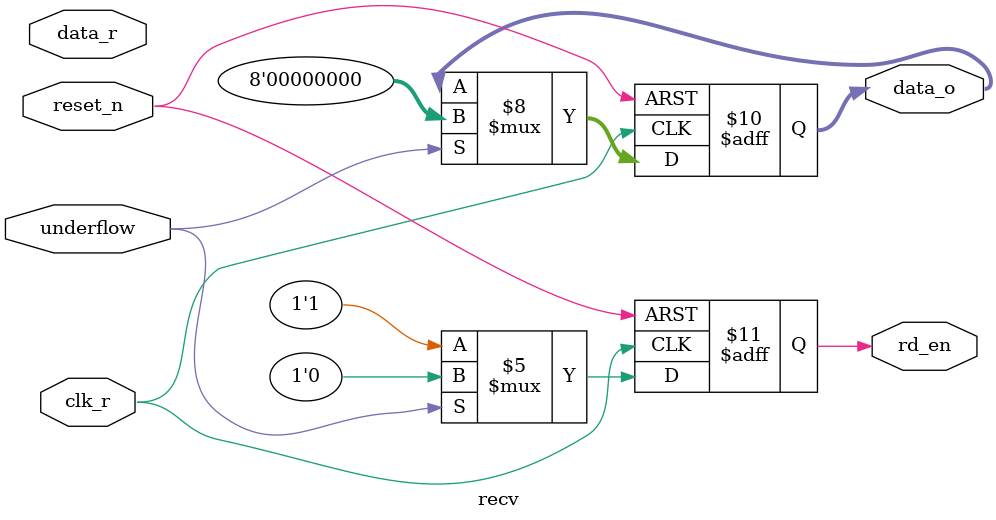
<source format=v>
module recv(
    input                   clk_r,
    input                   reset_n,
    input                   underflow,           

    input          [7:0]    data_r,
    output  reg    [7:0]    data_o,
    output  reg             rd_en
);

always@(posedge clk_r or negedge reset_n)begin
    if(!reset_n)begin
        data_o  <= 8'd0;
        rd_en   <= 1'd1;
    end
    else begin
        if(underflow != 1 )begin
        //  data_o  <=  data_r;
            rd_en   <=  1'd1;
        end
        else begin
            data_o  <=  8'd0;
            rd_en   <=  1'd0;  
        end
    end
end

endmodule
</source>
